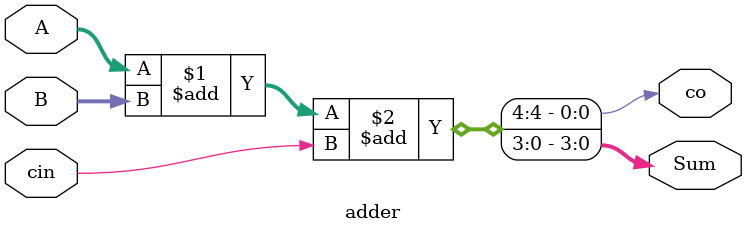
<source format=v>
/*Problem 3 : dataflow RTL impl. 4-bit adder */
module adder (Sum, co, A, B, cin);

//localparam for sz-bit adder
localparam sz = 4;

output [sz-1:0] Sum;
output co;

input [sz-1:0] A, B;
input cin;

assign {co,Sum} = A + B + cin;

endmodule
</source>
